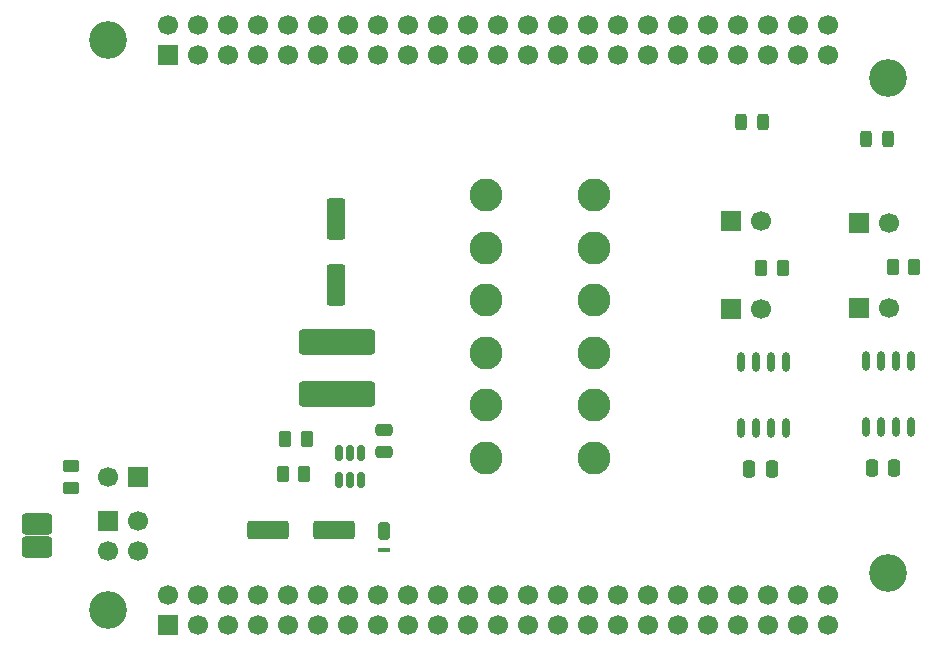
<source format=gbr>
%TF.GenerationSoftware,KiCad,Pcbnew,9.0.4*%
%TF.CreationDate,2026-02-21T19:48:22-06:00*%
%TF.ProjectId,beaglebone_can_cape,62656167-6c65-4626-9f6e-655f63616e5f,rev?*%
%TF.SameCoordinates,PX5f5e100PY5f5e100*%
%TF.FileFunction,Soldermask,Top*%
%TF.FilePolarity,Negative*%
%FSLAX46Y46*%
G04 Gerber Fmt 4.6, Leading zero omitted, Abs format (unit mm)*
G04 Created by KiCad (PCBNEW 9.0.4) date 2026-02-21 19:48:22*
%MOMM*%
%LPD*%
G01*
G04 APERTURE LIST*
G04 Aperture macros list*
%AMRoundRect*
0 Rectangle with rounded corners*
0 $1 Rounding radius*
0 $2 $3 $4 $5 $6 $7 $8 $9 X,Y pos of 4 corners*
0 Add a 4 corners polygon primitive as box body*
4,1,4,$2,$3,$4,$5,$6,$7,$8,$9,$2,$3,0*
0 Add four circle primitives for the rounded corners*
1,1,$1+$1,$2,$3*
1,1,$1+$1,$4,$5*
1,1,$1+$1,$6,$7*
1,1,$1+$1,$8,$9*
0 Add four rect primitives between the rounded corners*
20,1,$1+$1,$2,$3,$4,$5,0*
20,1,$1+$1,$4,$5,$6,$7,0*
20,1,$1+$1,$6,$7,$8,$9,0*
20,1,$1+$1,$8,$9,$2,$3,0*%
G04 Aperture macros list end*
%ADD10R,1.700000X1.700000*%
%ADD11C,1.700000*%
%ADD12RoundRect,0.250000X0.262500X0.450000X-0.262500X0.450000X-0.262500X-0.450000X0.262500X-0.450000X0*%
%ADD13C,2.794000*%
%ADD14RoundRect,0.150000X-0.350000X-0.600000X0.350000X-0.600000X0.350000X0.600000X-0.350000X0.600000X0*%
%ADD15RoundRect,0.060000X-0.440000X-0.140000X0.440000X-0.140000X0.440000X0.140000X-0.440000X0.140000X0*%
%ADD16C,3.200000*%
%ADD17RoundRect,0.150000X-0.150000X0.512500X-0.150000X-0.512500X0.150000X-0.512500X0.150000X0.512500X0*%
%ADD18O,0.650001X1.649999*%
%ADD19RoundRect,0.243750X-0.243750X-0.456250X0.243750X-0.456250X0.243750X0.456250X-0.243750X0.456250X0*%
%ADD20RoundRect,0.250000X0.250000X0.475000X-0.250000X0.475000X-0.250000X-0.475000X0.250000X-0.475000X0*%
%ADD21RoundRect,0.250000X0.475000X-0.250000X0.475000X0.250000X-0.475000X0.250000X-0.475000X-0.250000X0*%
%ADD22RoundRect,0.250000X0.550000X-1.500000X0.550000X1.500000X-0.550000X1.500000X-0.550000X-1.500000X0*%
%ADD23RoundRect,0.270000X1.000000X0.630000X-1.000000X0.630000X-1.000000X-0.630000X1.000000X-0.630000X0*%
%ADD24RoundRect,0.250000X-0.262500X-0.450000X0.262500X-0.450000X0.262500X0.450000X-0.262500X0.450000X0*%
%ADD25RoundRect,0.250000X-0.450000X0.262500X-0.450000X-0.262500X0.450000X-0.262500X0.450000X0.262500X0*%
%ADD26RoundRect,0.250000X1.500000X0.550000X-1.500000X0.550000X-1.500000X-0.550000X1.500000X-0.550000X0*%
%ADD27RoundRect,0.322500X2.927500X0.752500X-2.927500X0.752500X-2.927500X-0.752500X2.927500X-0.752500X0*%
G04 APERTURE END LIST*
D10*
%TO.C,P8*%
X19685000Y50165000D03*
D11*
X19685000Y52705000D03*
X22225000Y50165000D03*
X22225000Y52705000D03*
X24765000Y50165000D03*
X24765000Y52705000D03*
X27305000Y50165000D03*
X27305000Y52705000D03*
X29845000Y50165000D03*
X29845000Y52705000D03*
X32385000Y50165000D03*
X32385000Y52705000D03*
X34925000Y50165000D03*
X34925000Y52705000D03*
X37465000Y50165000D03*
X37465000Y52705000D03*
X40005000Y50165000D03*
X40005000Y52705000D03*
X42545000Y50165000D03*
X42545000Y52705000D03*
X45085000Y50165000D03*
X45085000Y52705000D03*
X47625000Y50165000D03*
X47625000Y52705000D03*
X50165000Y50165000D03*
X50165000Y52705000D03*
X52705000Y50165000D03*
X52705000Y52705000D03*
X55245000Y50165000D03*
X55245000Y52705000D03*
X57785000Y50165000D03*
X57785000Y52705000D03*
X60325000Y50165000D03*
X60325000Y52705000D03*
X62865000Y50165000D03*
X62865000Y52705000D03*
X65405000Y50165000D03*
X65405000Y52705000D03*
X67945000Y50165000D03*
X67945000Y52705000D03*
X70485000Y50165000D03*
X70485000Y52705000D03*
X73025000Y50165000D03*
X73025000Y52705000D03*
X75565000Y50165000D03*
X75565000Y52705000D03*
%TD*%
D10*
%TO.C,P9*%
X19685000Y1905000D03*
D11*
X19685000Y4445000D03*
X22225000Y1905000D03*
X22225000Y4445000D03*
X24765000Y1905000D03*
X24765000Y4445000D03*
X27305000Y1905000D03*
X27305000Y4445000D03*
X29845000Y1905000D03*
X29845000Y4445000D03*
X32385000Y1905000D03*
X32385000Y4445000D03*
X34925000Y1905000D03*
X34925000Y4445000D03*
X37465000Y1905000D03*
X37465000Y4445000D03*
X40005000Y1905000D03*
X40005000Y4445000D03*
X42545000Y1905000D03*
X42545000Y4445000D03*
X45085000Y1905000D03*
X45085000Y4445000D03*
X47625000Y1905000D03*
X47625000Y4445000D03*
X50165000Y1905000D03*
X50165000Y4445000D03*
X52705000Y1905000D03*
X52705000Y4445000D03*
X55245000Y1905000D03*
X55245000Y4445000D03*
X57785000Y1905000D03*
X57785000Y4445000D03*
X60325000Y1905000D03*
X60325000Y4445000D03*
X62865000Y1905000D03*
X62865000Y4445000D03*
X65405000Y1905000D03*
X65405000Y4445000D03*
X67945000Y1905000D03*
X67945000Y4445000D03*
X70485000Y1905000D03*
X70485000Y4445000D03*
X73025000Y1905000D03*
X73025000Y4445000D03*
X75565000Y1905000D03*
X75565000Y4445000D03*
%TD*%
D10*
%TO.C,JP2*%
X78170000Y28750000D03*
D11*
X80710000Y28750000D03*
%TD*%
D12*
%TO.C,R4*%
X31252500Y14730000D03*
X29427500Y14730000D03*
%TD*%
D13*
%TO.C,J3*%
X46620000Y16105000D03*
X46620000Y20550000D03*
X46620000Y24995000D03*
X46620000Y29440000D03*
X46620000Y33885000D03*
X46620000Y38330000D03*
X55764000Y38330000D03*
X55764000Y33885000D03*
X55764000Y29440000D03*
X55764000Y24995000D03*
X55764000Y20550000D03*
X55764000Y16105000D03*
%TD*%
D14*
%TO.C,D1*%
X37980000Y9912500D03*
D15*
X38000000Y8292500D03*
%TD*%
D16*
%TO.C,MH3*%
X80645000Y48260000D03*
%TD*%
D10*
%TO.C,JP3*%
X17160002Y14490000D03*
D11*
X14620002Y14490000D03*
%TD*%
D10*
%TO.C,J1*%
X67340000Y36175002D03*
D11*
X69880000Y36175002D03*
%TD*%
D17*
%TO.C,U3*%
X36080000Y16467500D03*
X35130000Y16467500D03*
X34180000Y16467500D03*
X34180000Y14192500D03*
X35130000Y14192500D03*
X36080000Y14192500D03*
%TD*%
D18*
%TO.C,U1*%
X68210000Y18600001D03*
X69480000Y18600001D03*
X70750000Y18600001D03*
X72020000Y18600001D03*
X72020000Y24250000D03*
X70750000Y24250000D03*
X69480000Y24250000D03*
X68210000Y24250000D03*
%TD*%
D19*
%TO.C,D2*%
X68245000Y44510000D03*
X70120000Y44510000D03*
%TD*%
D16*
%TO.C,MH4*%
X80645000Y6350000D03*
%TD*%
D20*
%TO.C,C1*%
X70815000Y15175002D03*
X68915000Y15175002D03*
%TD*%
D21*
%TO.C,Cboot1*%
X37970000Y16570000D03*
X37970000Y18470000D03*
%TD*%
D10*
%TO.C,J2*%
X78185000Y36000000D03*
D11*
X80725000Y36000000D03*
%TD*%
D16*
%TO.C,MH1*%
X14605000Y51435000D03*
%TD*%
D22*
%TO.C,Cout1*%
X33900000Y30700000D03*
X33900000Y36300000D03*
%TD*%
D23*
%TO.C,J5*%
X8650000Y8530000D03*
X8650000Y10530000D03*
%TD*%
D10*
%TO.C,JP1*%
X67340000Y28675002D03*
D11*
X69880000Y28675002D03*
%TD*%
D19*
%TO.C,D3*%
X78765000Y43070000D03*
X80640000Y43070000D03*
%TD*%
D24*
%TO.C,R1*%
X69952500Y32175002D03*
X71777500Y32175002D03*
%TD*%
D16*
%TO.C,MH2*%
X14605000Y3175000D03*
%TD*%
D25*
%TO.C,R6*%
X11525002Y15402500D03*
X11525002Y13577500D03*
%TD*%
D26*
%TO.C,Cin1*%
X33760000Y9950000D03*
X28160000Y9950000D03*
%TD*%
D18*
%TO.C,U2*%
X78805000Y18674999D03*
X80075000Y18674999D03*
X81345000Y18674999D03*
X82615000Y18674999D03*
X82615000Y24324998D03*
X81345000Y24324998D03*
X80075000Y24324998D03*
X78805000Y24324998D03*
%TD*%
D27*
%TO.C,L1*%
X34000000Y21525000D03*
X34000000Y25875000D03*
%TD*%
D20*
%TO.C,C2*%
X81210000Y15250000D03*
X79310000Y15250000D03*
%TD*%
D24*
%TO.C,R2*%
X81047500Y32250000D03*
X82872500Y32250000D03*
%TD*%
%TO.C,R3*%
X29607500Y17720000D03*
X31432500Y17720000D03*
%TD*%
D10*
%TO.C,J4*%
X14605000Y10715000D03*
D11*
X14605000Y8175000D03*
X17145000Y10715000D03*
X17145000Y8175000D03*
%TD*%
M02*

</source>
